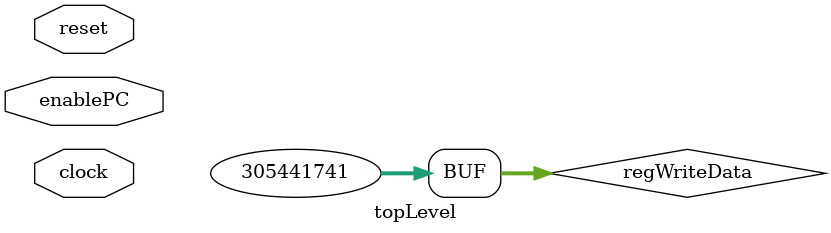
<source format=v>
`timescale 1us / 1us
module topLevel (clock, reset, enablePC);

	// Universal wires
	input wire			clock;
	input wire			reset;

	// ALU wires
	wire	[31:0]		operand1;
	wire	[31:0]		operand2;
	wire	[2:0]		aluOperationCode;
	wire				isZero;
	wire	[31:0]		result;
	// ALU Control wires
	wire				aluSourceImmediate;
	wire	[1:0]		aluInstruct;
	
	wire	[31:0]		signExtendedImmediate;

	// RegFile wires
	wire				writeRegEnable;
	wire				writeRegAddressSource;
	wire	[4:0]		writeRegAddress;

	wire	[31:0]		regRead2;
	wire	[31:0]		regWriteData;

	// Instruction Memory & Program Counter
	wire	[31:0]		currentInstruction;
	input wire			enablePC;
	wire 	[4:0]		PC;
	
	wire	[4:0]		PCplus4;
	wire	[4:0]		writePC;
	
	// temporary use connections
	wire	_unnecessaryOutput;
	assign regWriteData = 32'h1234_ABCD;
	assign writePC = PCplus4;


	control U0 (
		.instructionBits(currentInstruction[31:26]), 
		.writeRegAddressSource(writeRegAddressSource), 
		.jumpEnable(_unnecessaryOutput), 
		.branchEnable(_unnecessaryOutput), 
		.memReadEnable(_unnecessaryOutput), 
		.writeRegFromMem(_unnecessaryOutput), 
		.aluInstruct(aluInstruct), 
		.enableWriteToDataMemory(_unnecessaryOutput), 
		.aluSourceImmediate(aluSourceImmediate), 
		.writeRegEnable(writeRegEnable)
	);

	aluControl U1 (
		.aluInstruct(aluInstruct),
		.instructFunc(currentInstruction[5:0]),
		.aluOperationCode(aluOperationCode)
	);

	signExtend E1 (
		.operand(currentInstruction[15:0]),
		.result(signExtendedImmediate)
	);

	mux_32b M1 (
		.a(regRead2),
		.b(signExtendedImmediate),
		.sel(aluSourceImmediate),
		.out(operand2)
	);

	ALU U2 (
		.operand1(operand1),
		.operand2(operand2),
		.aluOperationCode(aluOperationCode),
		.isZero(isZero),
		.result(result)
	);

	instructionMemory U3 (
		.address(PC), 
		.currentInstruction(currentInstruction)
	);
	
	mux_5b M2 (
		.a(currentInstruction[20:16]), 
		.b(currentInstruction[15:11]), 
		.sel(writeRegAddressSource), 
		.out(writeRegAddress)
	);

	regFile U4 (
		.clock(clock), 
		.writeEnable(writeRegEnable), 
		.reset(reset), 
		.readAddress1(currentInstruction[25:21]), 
		.readAddress2(currentInstruction[20:16]), 
		.writeAddress(writeRegAddress),
		.writeData(regWriteData), 
		.read1(operand1), 
		.read2(regRead2)
	);

	programCounter U5 (
		.clock(clock),
		.reset(reset),
		.enable(PCenable),
		.write(writePC),
		.read(PC)
	);

	adder U6 (
		.operand1(PC),
		.operand2(5'b00100),
		.result(PCplus4)
	);
endmodule
</source>
